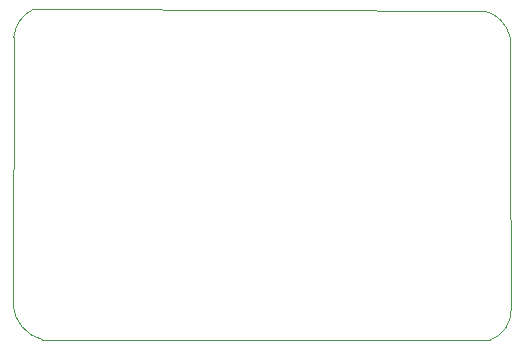
<source format=gbr>
%TF.GenerationSoftware,KiCad,Pcbnew,7.0.2*%
%TF.CreationDate,2023-04-27T00:23:47+05:30*%
%TF.ProjectId,stm32_pcb_design,73746d33-325f-4706-9362-5f6465736967,rev?*%
%TF.SameCoordinates,Original*%
%TF.FileFunction,Profile,NP*%
%FSLAX46Y46*%
G04 Gerber Fmt 4.6, Leading zero omitted, Abs format (unit mm)*
G04 Created by KiCad (PCBNEW 7.0.2) date 2023-04-27 00:23:47*
%MOMM*%
%LPD*%
G01*
G04 APERTURE LIST*
%TA.AperFunction,Profile*%
%ADD10C,0.100000*%
%TD*%
G04 APERTURE END LIST*
D10*
X117836230Y-104094193D02*
X155759991Y-104131691D01*
X115366801Y-101142800D02*
G75*
G03*
X117836230Y-104094193I3301999J254000D01*
G01*
X115417601Y-78486000D02*
X115366800Y-101142800D01*
X117138265Y-76094183D02*
G75*
G03*
X115417602Y-78486000I1225735J-2696617D01*
G01*
X155336890Y-76273762D02*
X119024400Y-76098400D01*
X157429199Y-78435200D02*
X157480000Y-86055200D01*
X157429199Y-78435200D02*
G75*
G03*
X155336890Y-76273762I-2844799J-660400D01*
G01*
X155759991Y-104131690D02*
G75*
G03*
X157530799Y-101600000I-863600J2489198D01*
G01*
X119024400Y-76098400D02*
X117144800Y-76098400D01*
X157480000Y-86055200D02*
X157530800Y-101600000D01*
M02*

</source>
